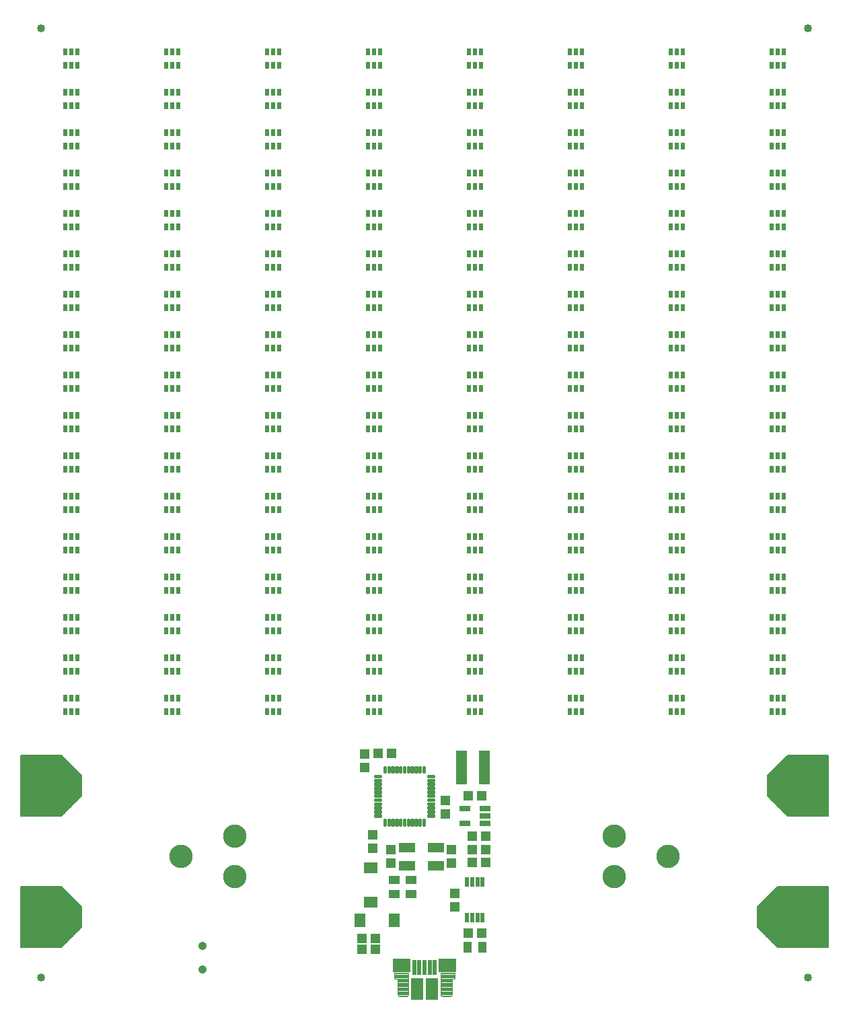
<source format=gts>
G75*
%MOIN*%
%OFA0B0*%
%FSLAX25Y25*%
%IPPOS*%
%LPD*%
%AMOC8*
5,1,8,0,0,1.08239X$1,22.5*
%
%ADD10C,0.00600*%
%ADD11R,0.02375X0.03556*%
%ADD12C,0.01803*%
%ADD13R,0.04737X0.05131*%
%ADD14R,0.05131X0.04737*%
%ADD15R,0.08280X0.05131*%
%ADD16R,0.02375X0.07690*%
%ADD17R,0.08674X0.06548*%
%ADD18R,0.06410X0.10643*%
%ADD19C,0.00400*%
%ADD20C,0.04000*%
%ADD21R,0.05524X0.02965*%
%ADD22R,0.02375X0.05131*%
%ADD23R,0.06587X0.05800*%
%ADD24R,0.05800X0.06587*%
%ADD25R,0.05524X0.03950*%
%ADD26R,0.03950X0.05524*%
%ADD27C,0.04146*%
%ADD28R,0.05300X0.16900*%
%ADD29C,0.11600*%
D10*
X0001300Y0033524D02*
X0001300Y0063524D01*
X0021300Y0063524D01*
X0031300Y0053524D01*
X0031300Y0043524D01*
X0021300Y0033524D01*
X0001300Y0033524D01*
X0001300Y0033662D02*
X0021437Y0033662D01*
X0022036Y0034260D02*
X0001300Y0034260D01*
X0001300Y0034859D02*
X0022634Y0034859D01*
X0023233Y0035457D02*
X0001300Y0035457D01*
X0001300Y0036056D02*
X0023832Y0036056D01*
X0024430Y0036654D02*
X0001300Y0036654D01*
X0001300Y0037253D02*
X0025029Y0037253D01*
X0025627Y0037851D02*
X0001300Y0037851D01*
X0001300Y0038450D02*
X0026226Y0038450D01*
X0026824Y0039048D02*
X0001300Y0039048D01*
X0001300Y0039647D02*
X0027423Y0039647D01*
X0028021Y0040246D02*
X0001300Y0040246D01*
X0001300Y0040844D02*
X0028620Y0040844D01*
X0029218Y0041443D02*
X0001300Y0041443D01*
X0001300Y0042041D02*
X0029817Y0042041D01*
X0030415Y0042640D02*
X0001300Y0042640D01*
X0001300Y0043238D02*
X0031014Y0043238D01*
X0031300Y0043837D02*
X0001300Y0043837D01*
X0001300Y0044435D02*
X0031300Y0044435D01*
X0031300Y0045034D02*
X0001300Y0045034D01*
X0001300Y0045632D02*
X0031300Y0045632D01*
X0031300Y0046231D02*
X0001300Y0046231D01*
X0001300Y0046829D02*
X0031300Y0046829D01*
X0031300Y0047428D02*
X0001300Y0047428D01*
X0001300Y0048026D02*
X0031300Y0048026D01*
X0031300Y0048625D02*
X0001300Y0048625D01*
X0001300Y0049223D02*
X0031300Y0049223D01*
X0031300Y0049822D02*
X0001300Y0049822D01*
X0001300Y0050420D02*
X0031300Y0050420D01*
X0031300Y0051019D02*
X0001300Y0051019D01*
X0001300Y0051617D02*
X0031300Y0051617D01*
X0031300Y0052216D02*
X0001300Y0052216D01*
X0001300Y0052814D02*
X0031300Y0052814D01*
X0031300Y0053413D02*
X0001300Y0053413D01*
X0001300Y0054011D02*
X0030813Y0054011D01*
X0030215Y0054610D02*
X0001300Y0054610D01*
X0001300Y0055208D02*
X0029616Y0055208D01*
X0029018Y0055807D02*
X0001300Y0055807D01*
X0001300Y0056405D02*
X0028419Y0056405D01*
X0027821Y0057004D02*
X0001300Y0057004D01*
X0001300Y0057602D02*
X0027222Y0057602D01*
X0026624Y0058201D02*
X0001300Y0058201D01*
X0001300Y0058799D02*
X0026025Y0058799D01*
X0025427Y0059398D02*
X0001300Y0059398D01*
X0001300Y0059996D02*
X0024828Y0059996D01*
X0024230Y0060595D02*
X0001300Y0060595D01*
X0001300Y0061193D02*
X0023631Y0061193D01*
X0023032Y0061792D02*
X0001300Y0061792D01*
X0001300Y0062390D02*
X0022434Y0062390D01*
X0021835Y0062989D02*
X0001300Y0062989D01*
X0001300Y0098524D02*
X0001300Y0128524D01*
X0021300Y0128524D01*
X0031300Y0118524D01*
X0031300Y0108524D01*
X0021300Y0098524D01*
X0001300Y0098524D01*
X0001300Y0098900D02*
X0021675Y0098900D01*
X0022274Y0099498D02*
X0001300Y0099498D01*
X0001300Y0100097D02*
X0022872Y0100097D01*
X0023471Y0100695D02*
X0001300Y0100695D01*
X0001300Y0101294D02*
X0024069Y0101294D01*
X0024668Y0101892D02*
X0001300Y0101892D01*
X0001300Y0102491D02*
X0025266Y0102491D01*
X0025865Y0103089D02*
X0001300Y0103089D01*
X0001300Y0103688D02*
X0026463Y0103688D01*
X0027062Y0104286D02*
X0001300Y0104286D01*
X0001300Y0104885D02*
X0027660Y0104885D01*
X0028259Y0105483D02*
X0001300Y0105483D01*
X0001300Y0106082D02*
X0028857Y0106082D01*
X0029456Y0106680D02*
X0001300Y0106680D01*
X0001300Y0107279D02*
X0030054Y0107279D01*
X0030653Y0107877D02*
X0001300Y0107877D01*
X0001300Y0108476D02*
X0031251Y0108476D01*
X0031300Y0109074D02*
X0001300Y0109074D01*
X0001300Y0109673D02*
X0031300Y0109673D01*
X0031300Y0110271D02*
X0001300Y0110271D01*
X0001300Y0110870D02*
X0031300Y0110870D01*
X0031300Y0111468D02*
X0001300Y0111468D01*
X0001300Y0112067D02*
X0031300Y0112067D01*
X0031300Y0112665D02*
X0001300Y0112665D01*
X0001300Y0113264D02*
X0031300Y0113264D01*
X0031300Y0113862D02*
X0001300Y0113862D01*
X0001300Y0114461D02*
X0031300Y0114461D01*
X0031300Y0115059D02*
X0001300Y0115059D01*
X0001300Y0115658D02*
X0031300Y0115658D01*
X0031300Y0116256D02*
X0001300Y0116256D01*
X0001300Y0116855D02*
X0031300Y0116855D01*
X0031300Y0117453D02*
X0001300Y0117453D01*
X0001300Y0118052D02*
X0031300Y0118052D01*
X0031174Y0118650D02*
X0001300Y0118650D01*
X0001300Y0119249D02*
X0030575Y0119249D01*
X0029977Y0119848D02*
X0001300Y0119848D01*
X0001300Y0120446D02*
X0029378Y0120446D01*
X0028780Y0121045D02*
X0001300Y0121045D01*
X0001300Y0121643D02*
X0028181Y0121643D01*
X0027583Y0122242D02*
X0001300Y0122242D01*
X0001300Y0122840D02*
X0026984Y0122840D01*
X0026386Y0123439D02*
X0001300Y0123439D01*
X0001300Y0124037D02*
X0025787Y0124037D01*
X0025189Y0124636D02*
X0001300Y0124636D01*
X0001300Y0125234D02*
X0024590Y0125234D01*
X0023992Y0125833D02*
X0001300Y0125833D01*
X0001300Y0126431D02*
X0023393Y0126431D01*
X0022795Y0127030D02*
X0001300Y0127030D01*
X0001300Y0127628D02*
X0022196Y0127628D01*
X0021598Y0128227D02*
X0001300Y0128227D01*
X0366300Y0053524D02*
X0366300Y0043524D01*
X0376300Y0033524D01*
X0401300Y0033524D01*
X0401300Y0063524D01*
X0376300Y0063524D01*
X0366300Y0053524D01*
X0366300Y0053413D02*
X0401300Y0053413D01*
X0401300Y0054011D02*
X0366787Y0054011D01*
X0367385Y0054610D02*
X0401300Y0054610D01*
X0401300Y0055208D02*
X0367984Y0055208D01*
X0368582Y0055807D02*
X0401300Y0055807D01*
X0401300Y0056405D02*
X0369181Y0056405D01*
X0369779Y0057004D02*
X0401300Y0057004D01*
X0401300Y0057602D02*
X0370378Y0057602D01*
X0370976Y0058201D02*
X0401300Y0058201D01*
X0401300Y0058799D02*
X0371575Y0058799D01*
X0372173Y0059398D02*
X0401300Y0059398D01*
X0401300Y0059996D02*
X0372772Y0059996D01*
X0373370Y0060595D02*
X0401300Y0060595D01*
X0401300Y0061193D02*
X0373969Y0061193D01*
X0374568Y0061792D02*
X0401300Y0061792D01*
X0401300Y0062390D02*
X0375166Y0062390D01*
X0375765Y0062989D02*
X0401300Y0062989D01*
X0401300Y0052814D02*
X0366300Y0052814D01*
X0366300Y0052216D02*
X0401300Y0052216D01*
X0401300Y0051617D02*
X0366300Y0051617D01*
X0366300Y0051019D02*
X0401300Y0051019D01*
X0401300Y0050420D02*
X0366300Y0050420D01*
X0366300Y0049822D02*
X0401300Y0049822D01*
X0401300Y0049223D02*
X0366300Y0049223D01*
X0366300Y0048625D02*
X0401300Y0048625D01*
X0401300Y0048026D02*
X0366300Y0048026D01*
X0366300Y0047428D02*
X0401300Y0047428D01*
X0401300Y0046829D02*
X0366300Y0046829D01*
X0366300Y0046231D02*
X0401300Y0046231D01*
X0401300Y0045632D02*
X0366300Y0045632D01*
X0366300Y0045034D02*
X0401300Y0045034D01*
X0401300Y0044435D02*
X0366300Y0044435D01*
X0366300Y0043837D02*
X0401300Y0043837D01*
X0401300Y0043238D02*
X0366586Y0043238D01*
X0367185Y0042640D02*
X0401300Y0042640D01*
X0401300Y0042041D02*
X0367783Y0042041D01*
X0368382Y0041443D02*
X0401300Y0041443D01*
X0401300Y0040844D02*
X0368980Y0040844D01*
X0369579Y0040246D02*
X0401300Y0040246D01*
X0401300Y0039647D02*
X0370177Y0039647D01*
X0370776Y0039048D02*
X0401300Y0039048D01*
X0401300Y0038450D02*
X0371374Y0038450D01*
X0371973Y0037851D02*
X0401300Y0037851D01*
X0401300Y0037253D02*
X0372571Y0037253D01*
X0373170Y0036654D02*
X0401300Y0036654D01*
X0401300Y0036056D02*
X0373768Y0036056D01*
X0374367Y0035457D02*
X0401300Y0035457D01*
X0401300Y0034859D02*
X0374966Y0034859D01*
X0375564Y0034260D02*
X0401300Y0034260D01*
X0401300Y0033662D02*
X0376163Y0033662D01*
X0381300Y0098524D02*
X0401300Y0098524D01*
X0401300Y0128524D01*
X0381300Y0128524D01*
X0371300Y0118524D01*
X0371300Y0108524D01*
X0381300Y0098524D01*
X0380925Y0098900D02*
X0401300Y0098900D01*
X0401300Y0099498D02*
X0380326Y0099498D01*
X0379728Y0100097D02*
X0401300Y0100097D01*
X0401300Y0100695D02*
X0379129Y0100695D01*
X0378531Y0101294D02*
X0401300Y0101294D01*
X0401300Y0101892D02*
X0377932Y0101892D01*
X0377334Y0102491D02*
X0401300Y0102491D01*
X0401300Y0103089D02*
X0376735Y0103089D01*
X0376137Y0103688D02*
X0401300Y0103688D01*
X0401300Y0104286D02*
X0375538Y0104286D01*
X0374940Y0104885D02*
X0401300Y0104885D01*
X0401300Y0105483D02*
X0374341Y0105483D01*
X0373743Y0106082D02*
X0401300Y0106082D01*
X0401300Y0106680D02*
X0373144Y0106680D01*
X0372546Y0107279D02*
X0401300Y0107279D01*
X0401300Y0107877D02*
X0371947Y0107877D01*
X0371349Y0108476D02*
X0401300Y0108476D01*
X0401300Y0109074D02*
X0371300Y0109074D01*
X0371300Y0109673D02*
X0401300Y0109673D01*
X0401300Y0110271D02*
X0371300Y0110271D01*
X0371300Y0110870D02*
X0401300Y0110870D01*
X0401300Y0111468D02*
X0371300Y0111468D01*
X0371300Y0112067D02*
X0401300Y0112067D01*
X0401300Y0112665D02*
X0371300Y0112665D01*
X0371300Y0113264D02*
X0401300Y0113264D01*
X0401300Y0113862D02*
X0371300Y0113862D01*
X0371300Y0114461D02*
X0401300Y0114461D01*
X0401300Y0115059D02*
X0371300Y0115059D01*
X0371300Y0115658D02*
X0401300Y0115658D01*
X0401300Y0116256D02*
X0371300Y0116256D01*
X0371300Y0116855D02*
X0401300Y0116855D01*
X0401300Y0117453D02*
X0371300Y0117453D01*
X0371300Y0118052D02*
X0401300Y0118052D01*
X0401300Y0118650D02*
X0371426Y0118650D01*
X0372025Y0119249D02*
X0401300Y0119249D01*
X0401300Y0119848D02*
X0372623Y0119848D01*
X0373222Y0120446D02*
X0401300Y0120446D01*
X0401300Y0121045D02*
X0373820Y0121045D01*
X0374419Y0121643D02*
X0401300Y0121643D01*
X0401300Y0122242D02*
X0375017Y0122242D01*
X0375616Y0122840D02*
X0401300Y0122840D01*
X0401300Y0123439D02*
X0376214Y0123439D01*
X0376813Y0124037D02*
X0401300Y0124037D01*
X0401300Y0124636D02*
X0377411Y0124636D01*
X0378010Y0125234D02*
X0401300Y0125234D01*
X0401300Y0125833D02*
X0378608Y0125833D01*
X0379207Y0126431D02*
X0401300Y0126431D01*
X0401300Y0127030D02*
X0379805Y0127030D01*
X0380404Y0127628D02*
X0401300Y0127628D01*
X0401300Y0128227D02*
X0381002Y0128227D01*
D11*
X0379450Y0150178D03*
X0376300Y0150178D03*
X0373150Y0150178D03*
X0373150Y0156871D03*
X0376300Y0156871D03*
X0379450Y0156871D03*
X0379450Y0170178D03*
X0376300Y0170178D03*
X0373150Y0170178D03*
X0373150Y0176871D03*
X0376300Y0176871D03*
X0379450Y0176871D03*
X0379450Y0190178D03*
X0376300Y0190178D03*
X0373150Y0190178D03*
X0373150Y0196871D03*
X0376300Y0196871D03*
X0379450Y0196871D03*
X0379450Y0210178D03*
X0376300Y0210178D03*
X0373150Y0210178D03*
X0373150Y0216871D03*
X0376300Y0216871D03*
X0379450Y0216871D03*
X0379450Y0230178D03*
X0376300Y0230178D03*
X0373150Y0230178D03*
X0373150Y0236871D03*
X0376300Y0236871D03*
X0379450Y0236871D03*
X0379450Y0250178D03*
X0376300Y0250178D03*
X0373150Y0250178D03*
X0373150Y0256871D03*
X0376300Y0256871D03*
X0379450Y0256871D03*
X0379450Y0270178D03*
X0376300Y0270178D03*
X0373150Y0270178D03*
X0373150Y0276871D03*
X0376300Y0276871D03*
X0379450Y0276871D03*
X0379450Y0290178D03*
X0376300Y0290178D03*
X0373150Y0290178D03*
X0373150Y0296871D03*
X0376300Y0296871D03*
X0379450Y0296871D03*
X0379450Y0310178D03*
X0376300Y0310178D03*
X0373150Y0310178D03*
X0373150Y0316871D03*
X0376300Y0316871D03*
X0379450Y0316871D03*
X0379450Y0330178D03*
X0376300Y0330178D03*
X0373150Y0330178D03*
X0373150Y0336871D03*
X0376300Y0336871D03*
X0379450Y0336871D03*
X0379450Y0350178D03*
X0376300Y0350178D03*
X0373150Y0350178D03*
X0373150Y0356871D03*
X0376300Y0356871D03*
X0379450Y0356871D03*
X0379450Y0370178D03*
X0376300Y0370178D03*
X0373150Y0370178D03*
X0373150Y0376871D03*
X0376300Y0376871D03*
X0379450Y0376871D03*
X0379450Y0390178D03*
X0376300Y0390178D03*
X0373150Y0390178D03*
X0373150Y0396871D03*
X0376300Y0396871D03*
X0379450Y0396871D03*
X0379450Y0410178D03*
X0376300Y0410178D03*
X0373150Y0410178D03*
X0373150Y0416871D03*
X0376300Y0416871D03*
X0379450Y0416871D03*
X0379450Y0430178D03*
X0376300Y0430178D03*
X0373150Y0430178D03*
X0373150Y0436871D03*
X0376300Y0436871D03*
X0379450Y0436871D03*
X0379450Y0450178D03*
X0376300Y0450178D03*
X0373150Y0450178D03*
X0373150Y0456871D03*
X0376300Y0456871D03*
X0379450Y0456871D03*
X0379450Y0470178D03*
X0376300Y0470178D03*
X0373150Y0470178D03*
X0373150Y0476871D03*
X0376300Y0476871D03*
X0379450Y0476871D03*
X0329450Y0476871D03*
X0326300Y0476871D03*
X0323150Y0476871D03*
X0323150Y0470178D03*
X0326300Y0470178D03*
X0329450Y0470178D03*
X0329450Y0456871D03*
X0326300Y0456871D03*
X0323150Y0456871D03*
X0323150Y0450178D03*
X0326300Y0450178D03*
X0329450Y0450178D03*
X0329450Y0436871D03*
X0326300Y0436871D03*
X0323150Y0436871D03*
X0323150Y0430178D03*
X0326300Y0430178D03*
X0329450Y0430178D03*
X0329450Y0416871D03*
X0326300Y0416871D03*
X0323150Y0416871D03*
X0323150Y0410178D03*
X0326300Y0410178D03*
X0329450Y0410178D03*
X0329450Y0396871D03*
X0326300Y0396871D03*
X0323150Y0396871D03*
X0323150Y0390178D03*
X0326300Y0390178D03*
X0329450Y0390178D03*
X0329450Y0376871D03*
X0326300Y0376871D03*
X0323150Y0376871D03*
X0323150Y0370178D03*
X0326300Y0370178D03*
X0329450Y0370178D03*
X0329450Y0356871D03*
X0326300Y0356871D03*
X0323150Y0356871D03*
X0323150Y0350178D03*
X0326300Y0350178D03*
X0329450Y0350178D03*
X0329450Y0336871D03*
X0326300Y0336871D03*
X0323150Y0336871D03*
X0323150Y0330178D03*
X0326300Y0330178D03*
X0329450Y0330178D03*
X0329450Y0316871D03*
X0326300Y0316871D03*
X0323150Y0316871D03*
X0323150Y0310178D03*
X0326300Y0310178D03*
X0329450Y0310178D03*
X0329450Y0296871D03*
X0326300Y0296871D03*
X0323150Y0296871D03*
X0323150Y0290178D03*
X0326300Y0290178D03*
X0329450Y0290178D03*
X0329450Y0276871D03*
X0326300Y0276871D03*
X0323150Y0276871D03*
X0323150Y0270178D03*
X0326300Y0270178D03*
X0329450Y0270178D03*
X0329450Y0256871D03*
X0326300Y0256871D03*
X0323150Y0256871D03*
X0323150Y0250178D03*
X0326300Y0250178D03*
X0329450Y0250178D03*
X0329450Y0236871D03*
X0326300Y0236871D03*
X0323150Y0236871D03*
X0323150Y0230178D03*
X0326300Y0230178D03*
X0329450Y0230178D03*
X0329450Y0216871D03*
X0326300Y0216871D03*
X0323150Y0216871D03*
X0323150Y0210178D03*
X0326300Y0210178D03*
X0329450Y0210178D03*
X0329450Y0196871D03*
X0326300Y0196871D03*
X0323150Y0196871D03*
X0323150Y0190178D03*
X0326300Y0190178D03*
X0329450Y0190178D03*
X0329450Y0176871D03*
X0326300Y0176871D03*
X0323150Y0176871D03*
X0323150Y0170178D03*
X0326300Y0170178D03*
X0329450Y0170178D03*
X0329450Y0156871D03*
X0326300Y0156871D03*
X0323150Y0156871D03*
X0323150Y0150178D03*
X0326300Y0150178D03*
X0329450Y0150178D03*
X0279450Y0150178D03*
X0276300Y0150178D03*
X0273150Y0150178D03*
X0273150Y0156871D03*
X0276300Y0156871D03*
X0279450Y0156871D03*
X0279450Y0170178D03*
X0276300Y0170178D03*
X0273150Y0170178D03*
X0273150Y0176871D03*
X0276300Y0176871D03*
X0279450Y0176871D03*
X0279450Y0190178D03*
X0276300Y0190178D03*
X0273150Y0190178D03*
X0273150Y0196871D03*
X0276300Y0196871D03*
X0279450Y0196871D03*
X0279450Y0210178D03*
X0276300Y0210178D03*
X0273150Y0210178D03*
X0273150Y0216871D03*
X0276300Y0216871D03*
X0279450Y0216871D03*
X0279450Y0230178D03*
X0276300Y0230178D03*
X0273150Y0230178D03*
X0273150Y0236871D03*
X0276300Y0236871D03*
X0279450Y0236871D03*
X0279450Y0250178D03*
X0276300Y0250178D03*
X0273150Y0250178D03*
X0273150Y0256871D03*
X0276300Y0256871D03*
X0279450Y0256871D03*
X0279450Y0270178D03*
X0276300Y0270178D03*
X0273150Y0270178D03*
X0273150Y0276871D03*
X0276300Y0276871D03*
X0279450Y0276871D03*
X0279450Y0290178D03*
X0276300Y0290178D03*
X0273150Y0290178D03*
X0273150Y0296871D03*
X0276300Y0296871D03*
X0279450Y0296871D03*
X0279450Y0310178D03*
X0276300Y0310178D03*
X0273150Y0310178D03*
X0273150Y0316871D03*
X0276300Y0316871D03*
X0279450Y0316871D03*
X0279450Y0330178D03*
X0276300Y0330178D03*
X0273150Y0330178D03*
X0273150Y0336871D03*
X0276300Y0336871D03*
X0279450Y0336871D03*
X0279450Y0350178D03*
X0276300Y0350178D03*
X0273150Y0350178D03*
X0273150Y0356871D03*
X0276300Y0356871D03*
X0279450Y0356871D03*
X0279450Y0370178D03*
X0276300Y0370178D03*
X0273150Y0370178D03*
X0273150Y0376871D03*
X0276300Y0376871D03*
X0279450Y0376871D03*
X0279450Y0390178D03*
X0276300Y0390178D03*
X0273150Y0390178D03*
X0273150Y0396871D03*
X0276300Y0396871D03*
X0279450Y0396871D03*
X0279450Y0410178D03*
X0276300Y0410178D03*
X0273150Y0410178D03*
X0273150Y0416871D03*
X0276300Y0416871D03*
X0279450Y0416871D03*
X0279450Y0430178D03*
X0276300Y0430178D03*
X0273150Y0430178D03*
X0273150Y0436871D03*
X0276300Y0436871D03*
X0279450Y0436871D03*
X0279450Y0450178D03*
X0276300Y0450178D03*
X0273150Y0450178D03*
X0273150Y0456871D03*
X0276300Y0456871D03*
X0279450Y0456871D03*
X0279450Y0470178D03*
X0276300Y0470178D03*
X0273150Y0470178D03*
X0273150Y0476871D03*
X0276300Y0476871D03*
X0279450Y0476871D03*
X0229450Y0476871D03*
X0226300Y0476871D03*
X0223150Y0476871D03*
X0223150Y0470178D03*
X0226300Y0470178D03*
X0229450Y0470178D03*
X0229450Y0456871D03*
X0226300Y0456871D03*
X0223150Y0456871D03*
X0223150Y0450178D03*
X0226300Y0450178D03*
X0229450Y0450178D03*
X0229450Y0436871D03*
X0226300Y0436871D03*
X0223150Y0436871D03*
X0223150Y0430178D03*
X0226300Y0430178D03*
X0229450Y0430178D03*
X0229450Y0416871D03*
X0226300Y0416871D03*
X0223150Y0416871D03*
X0223150Y0410178D03*
X0226300Y0410178D03*
X0229450Y0410178D03*
X0229450Y0396871D03*
X0226300Y0396871D03*
X0223150Y0396871D03*
X0223150Y0390178D03*
X0226300Y0390178D03*
X0229450Y0390178D03*
X0229450Y0376871D03*
X0226300Y0376871D03*
X0223150Y0376871D03*
X0223150Y0370178D03*
X0226300Y0370178D03*
X0229450Y0370178D03*
X0229450Y0356871D03*
X0226300Y0356871D03*
X0223150Y0356871D03*
X0223150Y0350178D03*
X0226300Y0350178D03*
X0229450Y0350178D03*
X0229450Y0336871D03*
X0226300Y0336871D03*
X0223150Y0336871D03*
X0223150Y0330178D03*
X0226300Y0330178D03*
X0229450Y0330178D03*
X0229450Y0316871D03*
X0226300Y0316871D03*
X0223150Y0316871D03*
X0223150Y0310178D03*
X0226300Y0310178D03*
X0229450Y0310178D03*
X0229450Y0296871D03*
X0226300Y0296871D03*
X0223150Y0296871D03*
X0223150Y0290178D03*
X0226300Y0290178D03*
X0229450Y0290178D03*
X0229450Y0276871D03*
X0226300Y0276871D03*
X0223150Y0276871D03*
X0223150Y0270178D03*
X0226300Y0270178D03*
X0229450Y0270178D03*
X0229450Y0256871D03*
X0226300Y0256871D03*
X0223150Y0256871D03*
X0223150Y0250178D03*
X0226300Y0250178D03*
X0229450Y0250178D03*
X0229450Y0236871D03*
X0226300Y0236871D03*
X0223150Y0236871D03*
X0223150Y0230178D03*
X0226300Y0230178D03*
X0229450Y0230178D03*
X0229450Y0216871D03*
X0226300Y0216871D03*
X0223150Y0216871D03*
X0223150Y0210178D03*
X0226300Y0210178D03*
X0229450Y0210178D03*
X0229450Y0196871D03*
X0226300Y0196871D03*
X0223150Y0196871D03*
X0223150Y0190178D03*
X0226300Y0190178D03*
X0229450Y0190178D03*
X0229450Y0176871D03*
X0226300Y0176871D03*
X0223150Y0176871D03*
X0223150Y0170178D03*
X0226300Y0170178D03*
X0229450Y0170178D03*
X0229450Y0156871D03*
X0226300Y0156871D03*
X0223150Y0156871D03*
X0223150Y0150178D03*
X0226300Y0150178D03*
X0229450Y0150178D03*
X0179450Y0150178D03*
X0176300Y0150178D03*
X0173150Y0150178D03*
X0173150Y0156871D03*
X0176300Y0156871D03*
X0179450Y0156871D03*
X0179450Y0170178D03*
X0176300Y0170178D03*
X0173150Y0170178D03*
X0173150Y0176871D03*
X0176300Y0176871D03*
X0179450Y0176871D03*
X0179450Y0190178D03*
X0176300Y0190178D03*
X0173150Y0190178D03*
X0173150Y0196871D03*
X0176300Y0196871D03*
X0179450Y0196871D03*
X0179450Y0210178D03*
X0176300Y0210178D03*
X0173150Y0210178D03*
X0173150Y0216871D03*
X0176300Y0216871D03*
X0179450Y0216871D03*
X0179450Y0230178D03*
X0176300Y0230178D03*
X0173150Y0230178D03*
X0173150Y0236871D03*
X0176300Y0236871D03*
X0179450Y0236871D03*
X0179450Y0250178D03*
X0176300Y0250178D03*
X0173150Y0250178D03*
X0173150Y0256871D03*
X0176300Y0256871D03*
X0179450Y0256871D03*
X0179450Y0270178D03*
X0176300Y0270178D03*
X0173150Y0270178D03*
X0173150Y0276871D03*
X0176300Y0276871D03*
X0179450Y0276871D03*
X0179450Y0290178D03*
X0176300Y0290178D03*
X0173150Y0290178D03*
X0173150Y0296871D03*
X0176300Y0296871D03*
X0179450Y0296871D03*
X0179450Y0310178D03*
X0176300Y0310178D03*
X0173150Y0310178D03*
X0173150Y0316871D03*
X0176300Y0316871D03*
X0179450Y0316871D03*
X0179450Y0330178D03*
X0176300Y0330178D03*
X0173150Y0330178D03*
X0173150Y0336871D03*
X0176300Y0336871D03*
X0179450Y0336871D03*
X0179450Y0350178D03*
X0176300Y0350178D03*
X0173150Y0350178D03*
X0173150Y0356871D03*
X0176300Y0356871D03*
X0179450Y0356871D03*
X0179450Y0370178D03*
X0176300Y0370178D03*
X0173150Y0370178D03*
X0173150Y0376871D03*
X0176300Y0376871D03*
X0179450Y0376871D03*
X0179450Y0390178D03*
X0176300Y0390178D03*
X0173150Y0390178D03*
X0173150Y0396871D03*
X0176300Y0396871D03*
X0179450Y0396871D03*
X0179450Y0410178D03*
X0176300Y0410178D03*
X0173150Y0410178D03*
X0173150Y0416871D03*
X0176300Y0416871D03*
X0179450Y0416871D03*
X0179450Y0430178D03*
X0176300Y0430178D03*
X0173150Y0430178D03*
X0173150Y0436871D03*
X0176300Y0436871D03*
X0179450Y0436871D03*
X0179450Y0450178D03*
X0176300Y0450178D03*
X0173150Y0450178D03*
X0173150Y0456871D03*
X0176300Y0456871D03*
X0179450Y0456871D03*
X0179450Y0470178D03*
X0176300Y0470178D03*
X0173150Y0470178D03*
X0173150Y0476871D03*
X0176300Y0476871D03*
X0179450Y0476871D03*
X0129450Y0476871D03*
X0126300Y0476871D03*
X0123150Y0476871D03*
X0123150Y0470178D03*
X0126300Y0470178D03*
X0129450Y0470178D03*
X0129450Y0456871D03*
X0126300Y0456871D03*
X0123150Y0456871D03*
X0123150Y0450178D03*
X0126300Y0450178D03*
X0129450Y0450178D03*
X0129450Y0436871D03*
X0126300Y0436871D03*
X0123150Y0436871D03*
X0123150Y0430178D03*
X0126300Y0430178D03*
X0129450Y0430178D03*
X0129450Y0416871D03*
X0126300Y0416871D03*
X0123150Y0416871D03*
X0123150Y0410178D03*
X0126300Y0410178D03*
X0129450Y0410178D03*
X0129450Y0396871D03*
X0126300Y0396871D03*
X0123150Y0396871D03*
X0123150Y0390178D03*
X0126300Y0390178D03*
X0129450Y0390178D03*
X0129450Y0376871D03*
X0126300Y0376871D03*
X0123150Y0376871D03*
X0123150Y0370178D03*
X0126300Y0370178D03*
X0129450Y0370178D03*
X0129450Y0356871D03*
X0126300Y0356871D03*
X0123150Y0356871D03*
X0123150Y0350178D03*
X0126300Y0350178D03*
X0129450Y0350178D03*
X0129450Y0336871D03*
X0126300Y0336871D03*
X0123150Y0336871D03*
X0123150Y0330178D03*
X0126300Y0330178D03*
X0129450Y0330178D03*
X0129450Y0316871D03*
X0126300Y0316871D03*
X0123150Y0316871D03*
X0123150Y0310178D03*
X0126300Y0310178D03*
X0129450Y0310178D03*
X0129450Y0296871D03*
X0126300Y0296871D03*
X0123150Y0296871D03*
X0123150Y0290178D03*
X0126300Y0290178D03*
X0129450Y0290178D03*
X0129450Y0276871D03*
X0126300Y0276871D03*
X0123150Y0276871D03*
X0123150Y0270178D03*
X0126300Y0270178D03*
X0129450Y0270178D03*
X0129450Y0256871D03*
X0126300Y0256871D03*
X0123150Y0256871D03*
X0123150Y0250178D03*
X0126300Y0250178D03*
X0129450Y0250178D03*
X0129450Y0236871D03*
X0126300Y0236871D03*
X0123150Y0236871D03*
X0123150Y0230178D03*
X0126300Y0230178D03*
X0129450Y0230178D03*
X0129450Y0216871D03*
X0126300Y0216871D03*
X0123150Y0216871D03*
X0123150Y0210178D03*
X0126300Y0210178D03*
X0129450Y0210178D03*
X0129450Y0196871D03*
X0126300Y0196871D03*
X0123150Y0196871D03*
X0123150Y0190178D03*
X0126300Y0190178D03*
X0129450Y0190178D03*
X0129450Y0176871D03*
X0126300Y0176871D03*
X0123150Y0176871D03*
X0123150Y0170178D03*
X0126300Y0170178D03*
X0129450Y0170178D03*
X0129450Y0156871D03*
X0126300Y0156871D03*
X0123150Y0156871D03*
X0123150Y0150178D03*
X0126300Y0150178D03*
X0129450Y0150178D03*
X0079450Y0150178D03*
X0076300Y0150178D03*
X0073150Y0150178D03*
X0073150Y0156871D03*
X0076300Y0156871D03*
X0079450Y0156871D03*
X0079450Y0170178D03*
X0076300Y0170178D03*
X0073150Y0170178D03*
X0073150Y0176871D03*
X0076300Y0176871D03*
X0079450Y0176871D03*
X0079450Y0190178D03*
X0076300Y0190178D03*
X0073150Y0190178D03*
X0073150Y0196871D03*
X0076300Y0196871D03*
X0079450Y0196871D03*
X0079450Y0210178D03*
X0076300Y0210178D03*
X0073150Y0210178D03*
X0073150Y0216871D03*
X0076300Y0216871D03*
X0079450Y0216871D03*
X0079450Y0230178D03*
X0076300Y0230178D03*
X0073150Y0230178D03*
X0073150Y0236871D03*
X0076300Y0236871D03*
X0079450Y0236871D03*
X0079450Y0250178D03*
X0076300Y0250178D03*
X0073150Y0250178D03*
X0073150Y0256871D03*
X0076300Y0256871D03*
X0079450Y0256871D03*
X0079450Y0270178D03*
X0076300Y0270178D03*
X0073150Y0270178D03*
X0073150Y0276871D03*
X0076300Y0276871D03*
X0079450Y0276871D03*
X0079450Y0290178D03*
X0076300Y0290178D03*
X0073150Y0290178D03*
X0073150Y0296871D03*
X0076300Y0296871D03*
X0079450Y0296871D03*
X0079450Y0310178D03*
X0076300Y0310178D03*
X0073150Y0310178D03*
X0073150Y0316871D03*
X0076300Y0316871D03*
X0079450Y0316871D03*
X0079450Y0330178D03*
X0076300Y0330178D03*
X0073150Y0330178D03*
X0073150Y0336871D03*
X0076300Y0336871D03*
X0079450Y0336871D03*
X0079450Y0350178D03*
X0076300Y0350178D03*
X0073150Y0350178D03*
X0073150Y0356871D03*
X0076300Y0356871D03*
X0079450Y0356871D03*
X0079450Y0370178D03*
X0076300Y0370178D03*
X0073150Y0370178D03*
X0073150Y0376871D03*
X0076300Y0376871D03*
X0079450Y0376871D03*
X0079450Y0390178D03*
X0076300Y0390178D03*
X0073150Y0390178D03*
X0073150Y0396871D03*
X0076300Y0396871D03*
X0079450Y0396871D03*
X0079450Y0410178D03*
X0076300Y0410178D03*
X0073150Y0410178D03*
X0073150Y0416871D03*
X0076300Y0416871D03*
X0079450Y0416871D03*
X0079450Y0430178D03*
X0076300Y0430178D03*
X0073150Y0430178D03*
X0073150Y0436871D03*
X0076300Y0436871D03*
X0079450Y0436871D03*
X0079450Y0450178D03*
X0076300Y0450178D03*
X0073150Y0450178D03*
X0073150Y0456871D03*
X0076300Y0456871D03*
X0079450Y0456871D03*
X0079450Y0470178D03*
X0076300Y0470178D03*
X0073150Y0470178D03*
X0073150Y0476871D03*
X0076300Y0476871D03*
X0079450Y0476871D03*
X0029450Y0476871D03*
X0026300Y0476871D03*
X0023150Y0476871D03*
X0023150Y0470178D03*
X0026300Y0470178D03*
X0029450Y0470178D03*
X0029450Y0456871D03*
X0026300Y0456871D03*
X0023150Y0456871D03*
X0023150Y0450178D03*
X0026300Y0450178D03*
X0029450Y0450178D03*
X0029450Y0436871D03*
X0026300Y0436871D03*
X0023150Y0436871D03*
X0023150Y0430178D03*
X0026300Y0430178D03*
X0029450Y0430178D03*
X0029450Y0416871D03*
X0026300Y0416871D03*
X0023150Y0416871D03*
X0023150Y0410178D03*
X0026300Y0410178D03*
X0029450Y0410178D03*
X0029450Y0396871D03*
X0026300Y0396871D03*
X0023150Y0396871D03*
X0023150Y0390178D03*
X0026300Y0390178D03*
X0029450Y0390178D03*
X0029450Y0376871D03*
X0026300Y0376871D03*
X0023150Y0376871D03*
X0023150Y0370178D03*
X0026300Y0370178D03*
X0029450Y0370178D03*
X0029450Y0356871D03*
X0026300Y0356871D03*
X0023150Y0356871D03*
X0023150Y0350178D03*
X0026300Y0350178D03*
X0029450Y0350178D03*
X0029450Y0336871D03*
X0026300Y0336871D03*
X0023150Y0336871D03*
X0023150Y0330178D03*
X0026300Y0330178D03*
X0029450Y0330178D03*
X0029450Y0316871D03*
X0026300Y0316871D03*
X0023150Y0316871D03*
X0023150Y0310178D03*
X0026300Y0310178D03*
X0029450Y0310178D03*
X0029450Y0296871D03*
X0026300Y0296871D03*
X0023150Y0296871D03*
X0023150Y0290178D03*
X0026300Y0290178D03*
X0029450Y0290178D03*
X0029450Y0276871D03*
X0026300Y0276871D03*
X0023150Y0276871D03*
X0023150Y0270178D03*
X0026300Y0270178D03*
X0029450Y0270178D03*
X0029450Y0256871D03*
X0026300Y0256871D03*
X0023150Y0256871D03*
X0023150Y0250178D03*
X0026300Y0250178D03*
X0029450Y0250178D03*
X0029450Y0236871D03*
X0026300Y0236871D03*
X0023150Y0236871D03*
X0023150Y0230178D03*
X0026300Y0230178D03*
X0029450Y0230178D03*
X0029450Y0216871D03*
X0026300Y0216871D03*
X0023150Y0216871D03*
X0023150Y0210178D03*
X0026300Y0210178D03*
X0029450Y0210178D03*
X0029450Y0196871D03*
X0026300Y0196871D03*
X0023150Y0196871D03*
X0023150Y0190178D03*
X0026300Y0190178D03*
X0029450Y0190178D03*
X0029450Y0176871D03*
X0026300Y0176871D03*
X0023150Y0176871D03*
X0023150Y0170178D03*
X0026300Y0170178D03*
X0029450Y0170178D03*
X0029450Y0156871D03*
X0026300Y0156871D03*
X0023150Y0156871D03*
X0023150Y0150178D03*
X0026300Y0150178D03*
X0029450Y0150178D03*
D12*
X0177090Y0118290D02*
X0179238Y0118290D01*
X0179238Y0118112D01*
X0177090Y0118112D01*
X0177090Y0118290D01*
X0177090Y0116321D02*
X0179238Y0116321D01*
X0179238Y0116143D01*
X0177090Y0116143D01*
X0177090Y0116321D01*
X0177090Y0114436D02*
X0179238Y0114436D01*
X0179238Y0114258D01*
X0177090Y0114258D01*
X0177090Y0114436D01*
X0177090Y0112467D02*
X0179238Y0112467D01*
X0179238Y0112289D01*
X0177090Y0112289D01*
X0177090Y0112467D01*
X0177090Y0110582D02*
X0179238Y0110582D01*
X0179238Y0110404D01*
X0177090Y0110404D01*
X0177090Y0110582D01*
X0177090Y0108613D02*
X0179238Y0108613D01*
X0179238Y0108435D01*
X0177090Y0108435D01*
X0177090Y0108613D01*
X0177090Y0106467D02*
X0179238Y0106467D01*
X0177090Y0106467D02*
X0177090Y0106645D01*
X0179238Y0106645D01*
X0179238Y0106467D01*
X0179238Y0104582D02*
X0177090Y0104582D01*
X0177090Y0104760D01*
X0179238Y0104760D01*
X0179238Y0104582D01*
X0179238Y0102613D02*
X0177090Y0102613D01*
X0177090Y0102791D01*
X0179238Y0102791D01*
X0179238Y0102613D01*
X0179238Y0100728D02*
X0177090Y0100728D01*
X0177090Y0100906D01*
X0179238Y0100906D01*
X0179238Y0100728D01*
X0179238Y0098759D02*
X0177090Y0098759D01*
X0177090Y0098937D01*
X0179238Y0098937D01*
X0179238Y0098759D01*
X0181535Y0096463D02*
X0181535Y0094315D01*
X0181535Y0096463D02*
X0181713Y0096463D01*
X0181713Y0094315D01*
X0181535Y0094315D01*
X0181535Y0096028D02*
X0181713Y0096028D01*
X0183503Y0096463D02*
X0183503Y0094315D01*
X0183503Y0096463D02*
X0183681Y0096463D01*
X0183681Y0094315D01*
X0183503Y0094315D01*
X0183503Y0096028D02*
X0183681Y0096028D01*
X0185389Y0096463D02*
X0185389Y0094315D01*
X0185389Y0096463D02*
X0185567Y0096463D01*
X0185567Y0094315D01*
X0185389Y0094315D01*
X0185389Y0096028D02*
X0185567Y0096028D01*
X0187357Y0096463D02*
X0187357Y0094315D01*
X0187357Y0096463D02*
X0187535Y0096463D01*
X0187535Y0094315D01*
X0187357Y0094315D01*
X0187357Y0096028D02*
X0187535Y0096028D01*
X0189242Y0096463D02*
X0189242Y0094315D01*
X0189242Y0096463D02*
X0189420Y0096463D01*
X0189420Y0094315D01*
X0189242Y0094315D01*
X0189242Y0096028D02*
X0189420Y0096028D01*
X0191211Y0096463D02*
X0191211Y0094315D01*
X0191211Y0096463D02*
X0191389Y0096463D01*
X0191389Y0094315D01*
X0191211Y0094315D01*
X0191211Y0096028D02*
X0191389Y0096028D01*
X0193358Y0096463D02*
X0193358Y0094315D01*
X0193180Y0094315D01*
X0193180Y0096463D01*
X0193358Y0096463D01*
X0193358Y0096028D02*
X0193180Y0096028D01*
X0195243Y0096463D02*
X0195243Y0094315D01*
X0195065Y0094315D01*
X0195065Y0096463D01*
X0195243Y0096463D01*
X0195243Y0096028D02*
X0195065Y0096028D01*
X0197211Y0096463D02*
X0197211Y0094315D01*
X0197033Y0094315D01*
X0197033Y0096463D01*
X0197211Y0096463D01*
X0197211Y0096028D02*
X0197033Y0096028D01*
X0199097Y0096463D02*
X0199097Y0094315D01*
X0198919Y0094315D01*
X0198919Y0096463D01*
X0199097Y0096463D01*
X0199097Y0096028D02*
X0198919Y0096028D01*
X0201065Y0096463D02*
X0201065Y0094315D01*
X0200887Y0094315D01*
X0200887Y0096463D01*
X0201065Y0096463D01*
X0201065Y0096028D02*
X0200887Y0096028D01*
X0203362Y0098759D02*
X0205510Y0098759D01*
X0203362Y0098759D02*
X0203362Y0098937D01*
X0205510Y0098937D01*
X0205510Y0098759D01*
X0205510Y0100728D02*
X0203362Y0100728D01*
X0203362Y0100906D01*
X0205510Y0100906D01*
X0205510Y0100728D01*
X0205510Y0102613D02*
X0203362Y0102613D01*
X0203362Y0102791D01*
X0205510Y0102791D01*
X0205510Y0102613D01*
X0205510Y0104582D02*
X0203362Y0104582D01*
X0203362Y0104760D01*
X0205510Y0104760D01*
X0205510Y0104582D01*
X0205510Y0106467D02*
X0203362Y0106467D01*
X0203362Y0106645D01*
X0205510Y0106645D01*
X0205510Y0106467D01*
X0205510Y0108435D02*
X0203362Y0108435D01*
X0203362Y0108613D01*
X0205510Y0108613D01*
X0205510Y0108435D01*
X0205510Y0110582D02*
X0203362Y0110582D01*
X0205510Y0110582D02*
X0205510Y0110404D01*
X0203362Y0110404D01*
X0203362Y0110582D01*
X0203362Y0112467D02*
X0205510Y0112467D01*
X0205510Y0112289D01*
X0203362Y0112289D01*
X0203362Y0112467D01*
X0203362Y0114436D02*
X0205510Y0114436D01*
X0205510Y0114258D01*
X0203362Y0114258D01*
X0203362Y0114436D01*
X0203362Y0116321D02*
X0205510Y0116321D01*
X0205510Y0116143D01*
X0203362Y0116143D01*
X0203362Y0116321D01*
X0203362Y0118290D02*
X0205510Y0118290D01*
X0205510Y0118112D01*
X0203362Y0118112D01*
X0203362Y0118290D01*
X0201065Y0120586D02*
X0201065Y0122734D01*
X0201065Y0120586D02*
X0200887Y0120586D01*
X0200887Y0122734D01*
X0201065Y0122734D01*
X0201065Y0122299D02*
X0200887Y0122299D01*
X0199097Y0122734D02*
X0199097Y0120586D01*
X0198919Y0120586D01*
X0198919Y0122734D01*
X0199097Y0122734D01*
X0199097Y0122299D02*
X0198919Y0122299D01*
X0197211Y0122734D02*
X0197211Y0120586D01*
X0197033Y0120586D01*
X0197033Y0122734D01*
X0197211Y0122734D01*
X0197211Y0122299D02*
X0197033Y0122299D01*
X0195243Y0122734D02*
X0195243Y0120586D01*
X0195065Y0120586D01*
X0195065Y0122734D01*
X0195243Y0122734D01*
X0195243Y0122299D02*
X0195065Y0122299D01*
X0193358Y0122734D02*
X0193358Y0120586D01*
X0193180Y0120586D01*
X0193180Y0122734D01*
X0193358Y0122734D01*
X0193358Y0122299D02*
X0193180Y0122299D01*
X0191389Y0122734D02*
X0191389Y0120586D01*
X0191211Y0120586D01*
X0191211Y0122734D01*
X0191389Y0122734D01*
X0191389Y0122299D02*
X0191211Y0122299D01*
X0189242Y0122734D02*
X0189242Y0120586D01*
X0189242Y0122734D02*
X0189420Y0122734D01*
X0189420Y0120586D01*
X0189242Y0120586D01*
X0189242Y0122299D02*
X0189420Y0122299D01*
X0187357Y0122734D02*
X0187357Y0120586D01*
X0187357Y0122734D02*
X0187535Y0122734D01*
X0187535Y0120586D01*
X0187357Y0120586D01*
X0187357Y0122299D02*
X0187535Y0122299D01*
X0185389Y0122734D02*
X0185389Y0120586D01*
X0185389Y0122734D02*
X0185567Y0122734D01*
X0185567Y0120586D01*
X0185389Y0120586D01*
X0185389Y0122299D02*
X0185567Y0122299D01*
X0183503Y0122734D02*
X0183503Y0120586D01*
X0183503Y0122734D02*
X0183681Y0122734D01*
X0183681Y0120586D01*
X0183503Y0120586D01*
X0183503Y0122299D02*
X0183681Y0122299D01*
X0181535Y0122734D02*
X0181535Y0120586D01*
X0181535Y0122734D02*
X0181713Y0122734D01*
X0181713Y0120586D01*
X0181535Y0120586D01*
X0181535Y0122299D02*
X0181713Y0122299D01*
D13*
X0171800Y0122678D03*
X0171800Y0129371D03*
X0175800Y0089371D03*
X0175800Y0082678D03*
X0184800Y0081871D03*
X0184800Y0075178D03*
X0211800Y0099678D03*
X0211800Y0106371D03*
X0214800Y0081871D03*
X0214800Y0075178D03*
X0216300Y0060371D03*
X0216300Y0053678D03*
D14*
X0222954Y0040524D03*
X0229646Y0040524D03*
X0231646Y0075524D03*
X0231646Y0082024D03*
X0231646Y0088524D03*
X0224954Y0088524D03*
X0224954Y0082024D03*
X0224954Y0075524D03*
X0222954Y0108524D03*
X0229646Y0108524D03*
X0185146Y0129524D03*
X0178454Y0129524D03*
X0177146Y0038024D03*
X0177146Y0032524D03*
X0170454Y0032524D03*
X0170454Y0038024D03*
D15*
X0192517Y0073997D03*
X0192517Y0083052D03*
X0207083Y0083052D03*
X0207083Y0073997D03*
D16*
X0206418Y0023524D03*
X0203859Y0023524D03*
X0201300Y0023524D03*
X0198741Y0023524D03*
X0196182Y0023524D03*
D17*
X0189883Y0024607D03*
X0212717Y0024607D03*
D18*
X0205089Y0012993D03*
X0197511Y0012993D03*
D19*
X0193426Y0012908D02*
X0187914Y0012908D01*
X0187914Y0012510D02*
X0193426Y0012510D01*
X0193426Y0012111D02*
X0187914Y0012111D01*
X0187914Y0011712D02*
X0193426Y0011712D01*
X0193426Y0011314D02*
X0187914Y0011314D01*
X0187914Y0010915D02*
X0193426Y0010915D01*
X0193426Y0010828D02*
X0193435Y0010516D01*
X0193375Y0010210D01*
X0193248Y0009925D01*
X0193061Y0009676D01*
X0192823Y0009475D01*
X0192547Y0009331D01*
X0192245Y0009253D01*
X0189489Y0009253D01*
X0189139Y0009292D01*
X0188806Y0009409D01*
X0188507Y0009596D01*
X0188258Y0009846D01*
X0188070Y0010144D01*
X0187954Y0010477D01*
X0187914Y0010828D01*
X0187914Y0017914D01*
X0186339Y0017914D01*
X0186339Y0021064D01*
X0193426Y0021064D01*
X0193426Y0010828D01*
X0193435Y0010517D02*
X0187949Y0010517D01*
X0188086Y0010118D02*
X0193334Y0010118D01*
X0193094Y0009720D02*
X0188383Y0009720D01*
X0189055Y0009321D02*
X0192509Y0009321D01*
X0193426Y0013307D02*
X0187914Y0013307D01*
X0187914Y0013705D02*
X0193426Y0013705D01*
X0193426Y0014104D02*
X0187914Y0014104D01*
X0187914Y0014502D02*
X0193426Y0014502D01*
X0193426Y0014901D02*
X0187914Y0014901D01*
X0187914Y0015299D02*
X0193426Y0015299D01*
X0193426Y0015698D02*
X0187914Y0015698D01*
X0187914Y0016096D02*
X0193426Y0016096D01*
X0193426Y0016495D02*
X0187914Y0016495D01*
X0187914Y0016893D02*
X0193426Y0016893D01*
X0193426Y0017292D02*
X0187914Y0017292D01*
X0187914Y0017690D02*
X0193426Y0017690D01*
X0193426Y0018089D02*
X0186339Y0018089D01*
X0186339Y0018487D02*
X0193426Y0018487D01*
X0193426Y0018886D02*
X0186339Y0018886D01*
X0186339Y0019284D02*
X0193426Y0019284D01*
X0193426Y0019683D02*
X0186339Y0019683D01*
X0186339Y0020081D02*
X0193426Y0020081D01*
X0193426Y0020480D02*
X0186339Y0020480D01*
X0186339Y0020878D02*
X0193426Y0020878D01*
X0209174Y0020878D02*
X0216261Y0020878D01*
X0216261Y0021064D02*
X0216261Y0017914D01*
X0215080Y0017914D01*
X0215080Y0010434D01*
X0215001Y0010132D01*
X0214858Y0009855D01*
X0214656Y0009618D01*
X0214407Y0009431D01*
X0214122Y0009304D01*
X0213816Y0009244D01*
X0213505Y0009253D01*
X0210355Y0009253D01*
X0210092Y0009282D01*
X0209843Y0009370D01*
X0209619Y0009510D01*
X0209432Y0009697D01*
X0209291Y0009921D01*
X0209204Y0010171D01*
X0209174Y0010434D01*
X0209174Y0021064D01*
X0216261Y0021064D01*
X0216261Y0020480D02*
X0209174Y0020480D01*
X0209174Y0020081D02*
X0216261Y0020081D01*
X0216261Y0019683D02*
X0209174Y0019683D01*
X0209174Y0019284D02*
X0216261Y0019284D01*
X0216261Y0018886D02*
X0209174Y0018886D01*
X0209174Y0018487D02*
X0216261Y0018487D01*
X0216261Y0018089D02*
X0209174Y0018089D01*
X0209174Y0017690D02*
X0215080Y0017690D01*
X0215080Y0017292D02*
X0209174Y0017292D01*
X0209174Y0016893D02*
X0215080Y0016893D01*
X0215080Y0016495D02*
X0209174Y0016495D01*
X0209174Y0016096D02*
X0215080Y0016096D01*
X0215080Y0015698D02*
X0209174Y0015698D01*
X0209174Y0015299D02*
X0215080Y0015299D01*
X0215080Y0014901D02*
X0209174Y0014901D01*
X0209174Y0014502D02*
X0215080Y0014502D01*
X0215080Y0014104D02*
X0209174Y0014104D01*
X0209174Y0013705D02*
X0215080Y0013705D01*
X0215080Y0013307D02*
X0209174Y0013307D01*
X0209174Y0012908D02*
X0215080Y0012908D01*
X0215080Y0012510D02*
X0209174Y0012510D01*
X0209174Y0012111D02*
X0215080Y0012111D01*
X0215080Y0011712D02*
X0209174Y0011712D01*
X0209174Y0011314D02*
X0215080Y0011314D01*
X0215080Y0010915D02*
X0209174Y0010915D01*
X0209174Y0010517D02*
X0215080Y0010517D01*
X0214994Y0010118D02*
X0209222Y0010118D01*
X0209418Y0009720D02*
X0214743Y0009720D01*
X0214162Y0009321D02*
X0209981Y0009321D01*
D20*
X0011300Y0018524D03*
X0011300Y0048524D03*
X0011300Y0113524D03*
X0011300Y0488524D03*
X0391300Y0488524D03*
X0391300Y0113524D03*
X0391300Y0048524D03*
X0391300Y0018524D03*
D21*
X0231419Y0094784D03*
X0231419Y0098524D03*
X0231419Y0102265D03*
X0221181Y0102265D03*
X0221181Y0094784D03*
D22*
X0222461Y0065883D03*
X0225020Y0065883D03*
X0227580Y0065883D03*
X0230139Y0065883D03*
X0230139Y0048166D03*
X0227580Y0048166D03*
X0225020Y0048166D03*
X0222461Y0048166D03*
D23*
X0174800Y0056060D03*
X0174800Y0072989D03*
D24*
X0169335Y0047024D03*
X0186265Y0047024D03*
D25*
X0186300Y0059981D03*
X0186300Y0067068D03*
X0194800Y0067068D03*
X0194800Y0059981D03*
D26*
X0222757Y0033524D03*
X0229843Y0033524D03*
D27*
X0091300Y0034430D03*
X0091300Y0022619D03*
D28*
X0219500Y0122524D03*
X0231100Y0122524D03*
D29*
X0295316Y0088564D03*
X0295316Y0068564D03*
X0321883Y0078564D03*
X0107284Y0088485D03*
X0107284Y0068485D03*
X0080717Y0078485D03*
M02*

</source>
